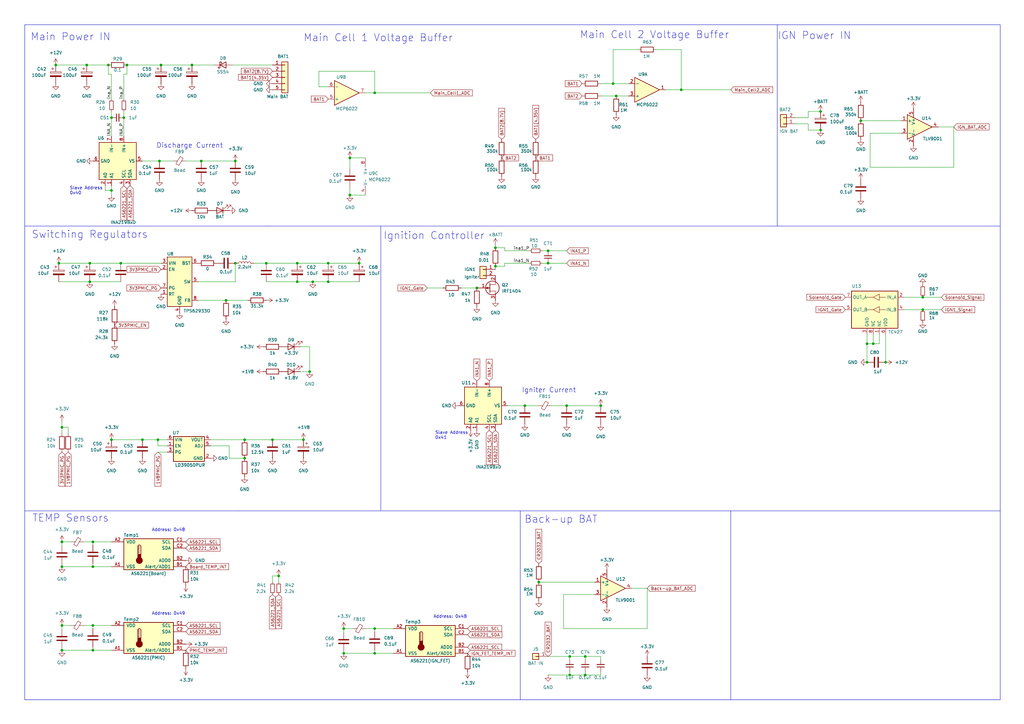
<source format=kicad_sch>
(kicad_sch (version 20250114) (generator "eeschema") (generator_version "9.0")
  (paper "A3")
  (title_block (title "PMIC") (date "2025-07-02") (rev "1.0") (company "Robotics"))
  (text "Address: 0x48" (at 69.088 217.424 0) (effects (font (size 1.27 1.27))))
  (text "Switching Regulators" (at 12.954 98.044 0) (effects (font (size 3 3)) (justify left bottom)))
  (text "TEMP Sensors" (at 13.208 214.376 0) (effects (font (size 3 3)) (justify left bottom)))
  (text "Back-up BAT" (at 230.124 213.106 0) (effects (font (size 3 3))))
  (text "Address: 0x4B" (at 184.658 252.984 0) (effects (font (size 1.27 1.27))))
  (text "Main Power IN" (at 28.956 15.24 0) (effects (font (size 3 3))))
  (text "Slave Address\n0x41" (at 178.435 180.34 0) (effects (font (size 1.27 1.27)) (justify left bottom)))
  (text "Address: 0x49" (at 69.088 251.714 0) (effects (font (size 1.27 1.27))))
  (text "Slave Address\n0x40" (at 28.575 80.01 0) (effects (font (size 1.27 1.27)) (justify left bottom)))
  (text "Main Cell 2 Voltage Buffer" (at 237.744 16.129 0) (effects (font (size 3 3)) (justify left bottom)))
  (text "Igniter Current" (at 213.995 161.29 0) (effects (font (size 2 2)) (justify left bottom)))
  (text "Discharge Current" (at 64.135 60.96 0) (effects (font (size 2 2)) (justify left bottom)))
  (text "IGN Power IN" (at 334.01 14.732 0) (effects (font (size 3 3))))
  (text "Main Cell 1 Voltage Buffer" (at 124.46 17.399 0) (effects (font (size 3 3)) (justify left bottom)))
  (text "Ignition Controller" (at 178.054 96.774 0) (effects (font (size 3 3))))
  (junction (at 251.46 34.29))
  (junction (at 100.33 180.34))
  (junction (at 220.98 238.76))
  (junction (at 215.265 166.37))
  (junction (at 36.83 107.95))
  (junction (at 363.22 148.59))
  (junction (at 378.46 127))
  (junction (at 140.97 267.97))
  (junction (at 233.68 269.24))
  (junction (at 336.55 45.72))
  (junction (at 35.56 26.67))
  (junction (at 124.46 180.34))
  (junction (at 38.1 266.7))
  (junction (at 25.4 175.26))
  (junction (at 121.92 107.95))
  (junction (at 336.55 53.34))
  (junction (at 58.42 180.34))
  (junction (at 353.06 49.53))
  (junction (at 64.77 180.34))
  (junction (at 143.51 80.01))
  (junction (at 100.33 187.96))
  (junction (at 44.45 26.67))
  (junction (at 111.76 180.34))
  (junction (at 134.62 107.95))
  (junction (at 82.55 66.04))
  (junction (at 127 152.4))
  (junction (at 38.1 256.54))
  (junction (at 153.67 38.1))
  (junction (at 140.97 257.81))
  (junction (at 52.07 26.67))
  (junction (at 96.52 66.04))
  (junction (at 240.03 276.86))
  (junction (at 279.4 36.83))
  (junction (at 38.1 222.25))
  (junction (at 147.32 107.95))
  (junction (at 203.2 109.22))
  (junction (at 153.67 257.81))
  (junction (at 25.4 222.25))
  (junction (at 232.41 166.37))
  (junction (at 22.86 26.67))
  (junction (at 114.3 236.22))
  (junction (at 195.58 118.11))
  (junction (at 92.71 123.19))
  (junction (at 224.79 102.87))
  (junction (at 45.72 48.26))
  (junction (at 134.62 115.57))
  (junction (at 128.27 115.57))
  (junction (at 24.13 107.95))
  (junction (at 240.03 269.24))
  (junction (at 50.8 48.26))
  (junction (at 252.73 39.37))
  (junction (at 355.6 140.97))
  (junction (at 96.52 107.95))
  (junction (at 358.14 140.97))
  (junction (at 49.53 107.95))
  (junction (at 143.51 64.77))
  (junction (at 25.4 232.41))
  (junction (at 233.68 276.86))
  (junction (at 121.92 115.57))
  (junction (at 25.4 256.54))
  (junction (at 45.72 78.105))
  (junction (at 355.6 148.59))
  (junction (at 378.46 121.92))
  (junction (at 246.38 166.37))
  (junction (at 65.405 66.04))
  (junction (at 78.74 26.67))
  (junction (at 36.83 115.57))
  (junction (at 25.4 266.7))
  (junction (at 66.04 26.67))
  (junction (at 109.22 107.95))
  (junction (at 224.79 107.95))
  (junction (at 203.2 101.6))
  (junction (at 153.67 267.97))
  (junction (at 45.72 180.34))
  (junction (at 38.1 232.41))
  (wire (pts (xy 109.22 107.95) (xy 121.92 107.95)))
  (wire (pts (xy 45.72 222.25) (xy 38.1 222.25)))
  (wire (pts (xy 25.4 266.7) (xy 38.1 266.7)))
  (wire (pts (xy 64.77 182.88) (xy 64.77 180.34)))
  (wire (pts (xy 246.38 269.24) (xy 246.38 270.51)))
  (wire (pts (xy 111.76 236.22) (xy 114.3 236.22)))
  (wire (pts (xy 203.2 100.33) (xy 203.2 101.6)))
  (wire (pts (xy 331.47 45.72) (xy 336.55 45.72)))
  (wire (pts (xy 363.22 137.16) (xy 363.22 148.59)))
  (polyline (pts (xy 156.464 209.55) (xy 410.21 209.55)))
  (wire (pts (xy 279.4 36.83) (xy 299.72 36.83)))
  (wire (pts (xy 143.51 64.77) (xy 143.51 69.215)))
  (wire (pts (xy 231.14 243.84) (xy 231.14 257.81)))
  (wire (pts (xy 82.55 66.04) (xy 96.52 66.04)))
  (wire (pts (xy 34.29 222.25) (xy 38.1 222.25)))
  (wire (pts (xy 25.4 222.25) (xy 29.21 222.25)))
  (wire (pts (xy 222.25 107.95) (xy 224.79 107.95)))
  (wire (pts (xy 153.67 38.1) (xy 176.53 38.1)))
  (wire (pts (xy 391.16 52.07) (xy 384.81 52.07)))
  (wire (pts (xy 36.83 115.57) (xy 49.53 115.57)))
  (wire (pts (xy 353.06 49.53) (xy 369.57 49.53)))
  (wire (pts (xy 140.97 266.954) (xy 140.97 267.97)))
  (polyline (pts (xy 318.77 36.83) (xy 318.77 92.71)))
  (wire (pts (xy 50.8 30.48) (xy 50.8 40.64)))
  (wire (pts (xy 143.51 80.01) (xy 143.51 76.835)))
  (wire (pts (xy 243.84 243.84) (xy 231.14 243.84)))
  (wire (pts (xy 27.94 175.26) (xy 27.94 177.8)))
  (wire (pts (xy 246.38 34.29) (xy 251.46 34.29)))
  (wire (pts (xy 68.58 182.88) (xy 64.77 182.88)))
  (wire (pts (xy 127 142.24) (xy 127 152.4)))
  (wire (pts (xy 52.07 26.67) (xy 52.07 30.48)))
  (wire (pts (xy 93.98 182.88) (xy 93.98 187.96)))
  (wire (pts (xy 252.73 39.37) (xy 257.81 39.37)))
  (polyline (pts (xy 156.21 209.55) (xy 156.21 209.55)))
  (wire (pts (xy 66.04 26.67) (xy 78.74 26.67)))
  (wire (pts (xy 360.68 140.97) (xy 358.14 140.97)))
  (wire (pts (xy 45.72 30.48) (xy 45.72 40.64)))
  (wire (pts (xy 391.16 68.58) (xy 391.16 52.07)))
  (wire (pts (xy 370.84 121.92) (xy 378.46 121.92)))
  (polyline (pts (xy 318.77 10.16) (xy 318.77 36.83)))
  (wire (pts (xy 45.72 78.105) (xy 45.72 80.01)))
  (wire (pts (xy 355.6 137.16) (xy 355.6 140.97)))
  (wire (pts (xy 81.28 115.57) (xy 96.52 115.57)))
  (wire (pts (xy 224.79 102.87) (xy 232.41 102.87)))
  (polyline (pts (xy 109.855 92.71) (xy 410.21 92.71)))
  (wire (pts (xy 25.4 232.41) (xy 38.1 232.41)))
  (wire (pts (xy 134.62 107.95) (xy 147.32 107.95)))
  (wire (pts (xy 153.67 267.97) (xy 153.67 266.7)))
  (wire (pts (xy 153.67 257.81) (xy 153.67 259.08)))
  (wire (pts (xy 232.41 166.37) (xy 246.38 166.37)))
  (polyline (pts (xy 10.16 209.55) (xy 97.79 209.55)))
  (wire (pts (xy 25.4 175.26) (xy 27.94 175.26)))
  (wire (pts (xy 360.68 137.16) (xy 360.68 140.97)))
  (wire (pts (xy 356.87 68.58) (xy 391.16 68.58)))
  (wire (pts (xy 78.74 26.67) (xy 87.63 26.67)))
  (polyline (pts (xy 410.21 10.16) (xy 410.21 287.02)))
  (wire (pts (xy 279.4 36.83) (xy 273.05 36.83)))
  (polyline (pts (xy 97.79 209.55) (xy 156.21 209.55)))
  (wire (pts (xy 231.14 257.81) (xy 265.43 257.81)))
  (wire (pts (xy 38.1 256.54) (xy 38.1 257.81)))
  (wire (pts (xy 331.47 50.8) (xy 331.47 53.34)))
  (wire (pts (xy 121.92 107.95) (xy 134.62 107.95)))
  (wire (pts (xy 226.06 166.37) (xy 232.41 166.37)))
  (wire (pts (xy 25.4 258.064) (xy 25.4 256.54)))
  (wire (pts (xy 44.45 30.48) (xy 45.72 30.48)))
  (wire (pts (xy 269.24 20.32) (xy 279.4 20.32)))
  (wire (pts (xy 358.14 137.16) (xy 358.14 140.97)))
  (wire (pts (xy 356.87 54.61) (xy 356.87 68.58)))
  (wire (pts (xy 128.27 115.57) (xy 134.62 115.57)))
  (wire (pts (xy 215.265 166.37) (xy 220.98 166.37)))
  (wire (pts (xy 50.8 45.72) (xy 50.8 48.26)))
  (wire (pts (xy 224.79 107.95) (xy 232.41 107.95)))
  (wire (pts (xy 370.84 127) (xy 378.46 127)))
  (wire (pts (xy 240.03 269.24) (xy 240.03 270.51)))
  (wire (pts (xy 261.62 20.32) (xy 251.46 20.32)))
  (wire (pts (xy 96.52 115.57) (xy 96.52 107.95)))
  (wire (pts (xy 44.45 26.67) (xy 44.45 30.48)))
  (wire (pts (xy 130.81 29.21) (xy 153.67 29.21)))
  (wire (pts (xy 130.81 35.56) (xy 130.81 29.21)))
  (wire (pts (xy 134.62 115.57) (xy 147.32 115.57)))
  (wire (pts (xy 25.4 172.72) (xy 25.4 175.26)))
  (wire (pts (xy 149.86 257.81) (xy 153.67 257.81)))
  (wire (pts (xy 220.98 238.76) (xy 243.84 238.76)))
  (polyline (pts (xy 10.16 10.16) (xy 10.16 287.02)))
  (wire (pts (xy 36.83 107.95) (xy 49.53 107.95)))
  (wire (pts (xy 143.51 64.77) (xy 149.86 64.77)))
  (wire (pts (xy 25.4 256.54) (xy 29.21 256.54)))
  (polyline (pts (xy 55.245 92.71) (xy 109.855 92.71)))
  (wire (pts (xy 140.97 267.97) (xy 153.67 267.97)))
  (wire (pts (xy 246.38 276.86) (xy 246.38 275.59)))
  (wire (pts (xy 24.13 115.57) (xy 36.83 115.57)))
  (wire (pts (xy 265.43 241.3) (xy 259.08 241.3)))
  (wire (pts (xy 45.72 266.7) (xy 38.1 266.7)))
  (wire (pts (xy 224.79 269.24) (xy 233.68 269.24)))
  (wire (pts (xy 134.62 35.56) (xy 130.81 35.56)))
  (wire (pts (xy 123.19 152.4) (xy 127 152.4)))
  (wire (pts (xy 251.46 20.32) (xy 251.46 34.29)))
  (wire (pts (xy 233.68 269.24) (xy 240.03 269.24)))
  (wire (pts (xy 50.8 48.26) (xy 50.8 55.88)))
  (wire (pts (xy 203.2 101.6) (xy 207.01 101.6)))
  (wire (pts (xy 123.19 142.24) (xy 127 142.24)))
  (wire (pts (xy 76.2 66.04) (xy 82.55 66.04)))
  (wire (pts (xy 203.2 109.22) (xy 203.2 110.49)))
  (wire (pts (xy 81.28 123.19) (xy 92.71 123.19)))
  (wire (pts (xy 240.03 276.86) (xy 246.38 276.86)))
  (polyline (pts (xy 10.16 92.71) (xy 55.245 92.71)))
  (wire (pts (xy 25.4 223.774) (xy 25.4 222.25)))
  (wire (pts (xy 43.18 76.2) (xy 43.18 78.105)))
  (wire (pts (xy 38.1 266.7) (xy 38.1 265.43)))
  (wire (pts (xy 45.72 76.2) (xy 45.72 78.105)))
  (wire (pts (xy 207.01 109.22) (xy 207.01 107.95)))
  (wire (pts (xy 25.4 265.684) (xy 25.4 266.7)))
  (wire (pts (xy 58.42 180.34) (xy 64.77 180.34)))
  (wire (pts (xy 222.25 102.87) (xy 224.79 102.87)))
  (wire (pts (xy 101.6 123.19) (xy 92.71 123.19)))
  (wire (pts (xy 52.07 30.48) (xy 50.8 30.48)))
  (wire (pts (xy 279.4 20.32) (xy 279.4 36.83)))
  (wire (pts (xy 369.57 54.61) (xy 356.87 54.61)))
  (wire (pts (xy 38.1 222.25) (xy 38.1 223.52)))
  (wire (pts (xy 65.405 66.04) (xy 71.12 66.04)))
  (wire (pts (xy 45.72 256.54) (xy 38.1 256.54)))
  (wire (pts (xy 45.72 45.72) (xy 45.72 48.26)))
  (wire (pts (xy 326.39 50.8) (xy 331.47 50.8)))
  (wire (pts (xy 109.22 107.95) (xy 104.14 107.95)))
  (wire (pts (xy 100.33 180.34) (xy 111.76 180.34)))
  (wire (pts (xy 49.53 107.95) (xy 66.04 107.95)))
  (wire (pts (xy 52.07 26.67) (xy 66.04 26.67)))
  (wire (pts (xy 189.23 118.11) (xy 195.58 118.11)))
  (wire (pts (xy 143.51 80.01) (xy 149.86 80.01)))
  (wire (pts (xy 86.36 182.88) (xy 93.98 182.88)))
  (wire (pts (xy 240.03 275.59) (xy 240.03 276.86)))
  (wire (pts (xy 240.03 269.24) (xy 246.38 269.24)))
  (wire (pts (xy 109.22 115.57) (xy 121.92 115.57)))
  (wire (pts (xy 207.01 102.87) (xy 217.17 102.87)))
  (wire (pts (xy 121.92 115.57) (xy 128.27 115.57)))
  (wire (pts (xy 207.01 107.95) (xy 217.17 107.95)))
  (wire (pts (xy 45.72 180.34) (xy 58.42 180.34)))
  (wire (pts (xy 331.47 53.34) (xy 336.55 53.34)))
  (wire (pts (xy 114.3 236.22) (xy 114.3 238.76)))
  (wire (pts (xy 378.46 121.92) (xy 386.08 121.92)))
  (wire (pts (xy 58.42 66.04) (xy 65.405 66.04)))
  (wire (pts (xy 25.4 231.394) (xy 25.4 232.41)))
  (wire (pts (xy 111.76 238.76) (xy 111.76 236.22)))
  (wire (pts (xy 331.47 45.72) (xy 331.47 48.26)))
  (wire (pts (xy 251.46 34.29) (xy 257.81 34.29)))
  (polyline (pts (xy 213.36 209.55) (xy 213.36 287.02)))
  (wire (pts (xy 358.14 140.97) (xy 355.6 140.97)))
  (wire (pts (xy 24.13 107.95) (xy 36.83 107.95)))
  (polyline (pts (xy 410.21 287.02) (xy 10.16 287.02)))
  (wire (pts (xy 38.1 232.41) (xy 38.1 231.14)))
  (wire (pts (xy 43.18 78.105) (xy 45.72 78.105)))
  (polyline (pts (xy 299.72 209.55) (xy 299.72 287.02)))
  (wire (pts (xy 93.98 187.96) (xy 100.33 187.96)))
  (polyline (pts (xy 10.16 10.16) (xy 410.21 10.16)))
  (wire (pts (xy 35.56 26.67) (xy 44.45 26.67)))
  (wire (pts (xy 64.77 180.34) (xy 68.58 180.34)))
  (wire (pts (xy 233.68 276.86) (xy 240.03 276.86)))
  (wire (pts (xy 140.97 257.81) (xy 144.78 257.81)))
  (wire (pts (xy 111.76 180.34) (xy 124.46 180.34)))
  (wire (pts (xy 45.72 232.41) (xy 38.1 232.41)))
  (wire (pts (xy 153.67 29.21) (xy 153.67 38.1)))
  (wire (pts (xy 161.29 267.97) (xy 153.67 267.97)))
  (wire (pts (xy 45.72 48.26) (xy 45.72 55.88)))
  (wire (pts (xy 355.6 140.97) (xy 355.6 148.59)))
  (wire (pts (xy 149.86 38.1) (xy 153.67 38.1)))
  (wire (pts (xy 161.29 257.81) (xy 153.67 257.81)))
  (wire (pts (xy 326.39 48.26) (xy 331.47 48.26)))
  (wire (pts (xy 34.29 256.54) (xy 38.1 256.54)))
  (wire (pts (xy 86.36 180.34) (xy 100.33 180.34)))
  (wire (pts (xy 207.01 101.6) (xy 207.01 102.87)))
  (wire (pts (xy 208.28 166.37) (xy 215.265 166.37)))
  (wire (pts (xy 95.25 26.67) (xy 111.76 26.67)))
  (wire (pts (xy 25.4 175.26) (xy 25.4 177.8)))
  (wire (pts (xy 246.38 39.37) (xy 252.73 39.37)))
  (wire (pts (xy 203.2 109.22) (xy 207.01 109.22)))
  (wire (pts (xy 378.46 127) (xy 386.08 127)))
  (wire (pts (xy 22.86 26.67) (xy 35.56 26.67)))
  (wire (pts (xy 224.79 276.86) (xy 233.68 276.86)))
  (wire (pts (xy 64.77 185.42) (xy 68.58 185.42)))
  (polyline (pts (xy 156.21 209.55) (xy 156.21 92.71)))
  (wire (pts (xy 233.68 275.59) (xy 233.68 276.86)))
  (wire (pts (xy 175.26 118.11) (xy 181.61 118.11)))
  (wire (pts (xy 265.43 257.81) (xy 265.43 241.3)))
  (wire (pts (xy 140.97 259.334) (xy 140.97 257.81)))
  (wire (pts (xy 233.68 269.24) (xy 233.68 270.51)))
  (label "INA_N" (at 45.72 55.88 90))
  (label "ina_P" (at 50.8 40.64 90))
  (label "INA_P" (at 50.8 55.88 90))
  (label "ina1_N" (at 217.17 107.95 180))
  (label "ina_N" (at 45.72 40.64 90))
  (label "ina1_P" (at 217.17 102.87 180))
  (global_label "AS6221_SCL" (shape input) (at 76.2 222.25 0) (property "Intersheetrefs" "${INTERSHEET_REFS}" (effects (hide yes))))
  (global_label "AS6221_SDA" (shape input) (at 53.34 76.2 270) (property "Intersheetrefs" "${INTERSHEET_REFS}" (effects (hide yes))))
  (global_label "AS6221_SDA" (shape input) (at 111.76 243.84 270) (property "Intersheetrefs" "${INTERSHEET_REFS}" (effects (hide yes))))
  (global_label "BAT1" (shape input) (at 134.62 40.64 180) (property "Intersheetrefs" "${INTERSHEET_REFS}" (effects (hide yes))))
  (global_label "BAT2(8.7V)" (shape input) (at 205.74 57.15 90) (property "Intersheetrefs" "${INTERSHEET_REFS}" (effects (hide yes))))
  (global_label "3V3PMIC_EN" (shape input) (at 66.04 110.49 180) (property "Intersheetrefs" "${INTERSHEET_REFS}" (effects (hide yes))))
  (global_label "BAT1" (shape input) (at 219.71 64.77 0) (property "Intersheetrefs" "${INTERSHEET_REFS}" (effects (hide yes))))
  (global_label "Board_TEMP_INT" (shape input) (at 76.2 232.41 0) (property "Intersheetrefs" "${INTERSHEET_REFS}" (effects (hide yes))))
  (global_label "AS6221_SDA" (shape input) (at 191.77 260.35 0) (property "Intersheetrefs" "${INTERSHEET_REFS}" (effects (hide yes))))
  (global_label "3V3PMIC_EN" (shape input) (at 46.99 133.35 0) (property "Intersheetrefs" "${INTERSHEET_REFS}" (effects (hide yes))))
  (global_label "AS6221_SDA" (shape input) (at 203.2 176.53 270) (property "Intersheetrefs" "${INTERSHEET_REFS}" (effects (hide yes))))
  (global_label "BAT1" (shape input) (at 238.76 34.29 180) (property "Intersheetrefs" "${INTERSHEET_REFS}" (effects (hide yes))))
  (global_label "3V3PMIC_PG" (shape input) (at 66.04 118.11 180) (property "Intersheetrefs" "${INTERSHEET_REFS}" (effects (hide yes))))
  (global_label "3V3PMIC_PG" (shape input) (at 25.4 185.42 270) (property "Intersheetrefs" "${INTERSHEET_REFS}" (effects (hide yes))))
  (global_label "IGN_FET_TEMP_INT" (shape input) (at 191.77 267.97 0) (property "Intersheetrefs" "${INTERSHEET_REFS}" (effects (hide yes))))
  (global_label "BAT2" (shape input) (at 205.74 64.77 0) (property "Intersheetrefs" "${INTERSHEET_REFS}" (effects (hide yes))))
  (global_label "CR2032_BAT" (shape input) (at 224.79 269.24 90) (property "Intersheetrefs" "${INTERSHEET_REFS}" (effects (hide yes))))
  (global_label "IGN1_Signal" (shape input) (at 386.08 127 0) (property "Intersheetrefs" "${INTERSHEET_REFS}" (effects (hide yes))))
  (global_label "AS6221_SCL" (shape input) (at 114.3 243.84 270) (property "Intersheetrefs" "${INTERSHEET_REFS}" (effects (hide yes))))
  (global_label "Main_Cell1_ADC" (shape input) (at 176.53 38.1 0) (property "Intersheetrefs" "${INTERSHEET_REFS}" (effects (hide yes))))
  (global_label "1V8PMIC_PG" (shape input) (at 27.94 185.42 270) (property "Intersheetrefs" "${INTERSHEET_REFS}" (effects (hide yes))))
  (global_label "INA1_P" (shape input) (at 200.66 156.21 90) (property "Intersheetrefs" "${INTERSHEET_REFS}" (effects (hide yes))))
  (global_label "BAT2(8.7V)" (shape input) (at 111.76 29.21 180) (property "Intersheetrefs" "${INTERSHEET_REFS}" (effects (hide yes))))
  (global_label "AS6221_SCL" (shape input) (at 50.8 76.2 270) (property "Intersheetrefs" "${INTERSHEET_REFS}" (effects (hide yes))))
  (global_label "IGN1_Gate" (shape input) (at 346.71 127 180) (property "Intersheetrefs" "${INTERSHEET_REFS}" (effects (hide yes))))
  (global_label "AS6221_SDA" (shape input) (at 76.2 259.08 0) (property "Intersheetrefs" "${INTERSHEET_REFS}" (effects (hide yes))))
  (global_label "CR2032_BAT" (shape input) (at 220.98 231.14 90) (property "Intersheetrefs" "${INTERSHEET_REFS}" (effects (hide yes))))
  (global_label "1V8PMIC_PG" (shape input) (at 64.77 185.42 270) (property "Intersheetrefs" "${INTERSHEET_REFS}" (effects (hide yes))))
  (global_label "INA1_N" (shape input) (at 232.41 107.95 0) (property "Intersheetrefs" "${INTERSHEET_REFS}" (effects (hide yes))))
  (global_label "AS6221_SCL" (shape input) (at 76.2 256.54 0) (property "Intersheetrefs" "${INTERSHEET_REFS}" (effects (hide yes))))
  (global_label "Back-up_BAT_ADC" (shape input) (at 265.43 241.3 0) (property "Intersheetrefs" "${INTERSHEET_REFS}" (effects (hide yes))))
  (global_label "INA1_P" (shape input) (at 232.41 102.87 0) (property "Intersheetrefs" "${INTERSHEET_REFS}" (effects (hide yes))))
  (global_label "PMIC_TEMP_INT" (shape input) (at 76.2 266.7 0) (property "Intersheetrefs" "${INTERSHEET_REFS}" (effects (hide yes))))
  (global_label "BAT1(4.35V)" (shape input) (at 111.76 31.75 180) (property "Intersheetrefs" "${INTERSHEET_REFS}" (effects (hide yes))))
  (global_label "INA1_N" (shape input) (at 195.58 156.21 90) (property "Intersheetrefs" "${INTERSHEET_REFS}" (effects (hide yes))))
  (global_label "AS6221_SCL" (shape input) (at 191.77 257.81 0) (property "Intersheetrefs" "${INTERSHEET_REFS}" (effects (hide yes))))
  (global_label "Solenoid_Signal" (shape input) (at 386.08 121.92 0) (property "Intersheetrefs" "${INTERSHEET_REFS}" (effects (hide yes))))
  (global_label "AS6221_SCL" (shape input) (at 200.66 176.53 270) (property "Intersheetrefs" "${INTERSHEET_REFS}" (effects (hide yes))))
  (global_label "Solenoid_Gate" (shape input) (at 346.71 121.92 180) (property "Intersheetrefs" "${INTERSHEET_REFS}" (effects (hide yes))))
  (global_label "AS6221_SCL" (shape input) (at 191.77 265.43 0) (property "Intersheetrefs" "${INTERSHEET_REFS}" (effects (hide yes))))
  (global_label "BAT1(4.35V)" (shape input) (at 219.71 57.15 90) (property "Intersheetrefs" "${INTERSHEET_REFS}" (effects (hide yes))))
  (global_label "IGN_BAT_ADC" (shape input) (at 391.16 52.07 0) (property "Intersheetrefs" "${INTERSHEET_REFS}" (effects (hide yes))))
  (global_label "IGN1_Gate" (shape input) (at 175.26 118.11 180) (property "Intersheetrefs" "${INTERSHEET_REFS}" (effects (hide yes))))
  (global_label "Main_Cell2_ADC" (shape input) (at 299.72 36.83 0) (property "Intersheetrefs" "${INTERSHEET_REFS}" (effects (hide yes))))
  (global_label "AS6221_SDA" (shape input) (at 76.2 224.79 0) (property "Intersheetrefs" "${INTERSHEET_REFS}" (effects (hide yes))))
  (global_label "BAT2" (shape input) (at 238.76 39.37 180) (property "Intersheetrefs" "${INTERSHEET_REFS}" (effects (hide yes))))
  (symbol (lib_id "power:GND") (at 73.66 128.27 0) (unit 1)
    (property "Reference" "#PWR0112" (effects (hide yes)))
    (property "Value" "GND" (at 73.66 133.35 0))
    (property "Description" "Power symbol creates a global label with name \"GND\" , ground" (effects (hide yes)))
  )
  (symbol (lib_id "power:+3.3V") (at 25.4 222.25 0) (unit 1)
    (property "Reference" "#PWR096" (effects (hide yes)))
    (property "Value" "+3.3V" (at 25.4 217.17 0))
  )
  (symbol (lib_id "power:+3.3V") (at 107.95 142.24 90) (unit 1)
    (property "Reference" "#PWR0126" (effects (hide yes)))
    (property "Value" "+3.3V" (at 104.14 142.2399 90) (effects (justify left)))
    (property "Description" "Power symbol creates a global label with name \"+3.3V\"" (effects (hide yes)))
  )
  (symbol (lib_id "power:+3.3V") (at 109.22 123.19 270) (unit 1)
    (property "Reference" "#PWR0128" (effects (hide yes)))
    (property "Value" "+3.3V" (at 115.57 123.19 90))
    (property "Description" "Power symbol creates a global label with name \"+3.3V\"" (effects (hide yes)))
  )
  (symbol (lib_id "power:GND") (at 111.76 34.29 270) (unit 1)
    (property "Reference" "#PWR0220" (effects (hide yes)))
    (property "Value" "GND" (at 107.95 34.2901 90) (effects (justify right)))
  )
  (symbol (lib_id "power:GND") (at 224.79 276.86 0) (unit 1)
    (property "Reference" "#PWR0157" (effects (hide yes)))
    (property "Value" "GND" (at 224.79 281.94 0))
    (property "Description" "Power symbol creates a global label with name \"GND\" , ground" (effects (hide yes)))
  )
  (symbol (lib_id "Device:C_Polarized") (at 336.55 49.53 0) (mirror y) (unit 1)
    (property "Reference" "C78" (at 340.36 47.3709 0) (effects (justify right)))
    (property "Value" "100uF" (at 340.36 49.9109 0) (effects (justify right)))
    (property "Footprint" "Capacitor_Tantalum_SMD:CP_EIA-7343-43_Kemet-X" (effects (hide yes)))
    (property "Description" "Polarized capacitor" (effects (hide yes)))
  )
  (symbol (lib_id "power:GND") (at 355.6 148.59 270) (mirror x) (unit 1)
    (property "Reference" "#PWR0173" (effects (hide yes)))
    (property "Value" "GND" (at 351.79 148.5899 90) (effects (justify right)))
  )
  (symbol (lib_id "power:+BATT") (at 336.55 45.72 0) (mirror y) (unit 1)
    (property "Reference" "#PWR0167" (effects (hide yes)))
    (property "Value" "+BATT" (at 339.598 41.656 0) (effects (justify left)))
    (property "Description" "Power symbol creates a global label with name \"+BATT\"" (effects (hide yes)))
  )
  (symbol (lib_id "Device:FerriteBead_Small") (at 31.75 256.54 90) (unit 1)
    (property "Reference" "FB8" (at 31.75 252.73 90))
    (property "Value" "Bead" (at 31.75 260.35 90))
    (property "Footprint" "Inductor_SMD:L_0603_1608Metric" (effects (hide yes)))
  )
  (symbol (lib_id "Device:FerriteBead_Small") (at 223.52 166.37 90) (unit 1)
    (property "Reference" "FB11" (at 223.52 162.56 90))
    (property "Value" "Bead" (at 223.52 170.18 90))
    (property "Footprint" "Inductor_SMD:L_0603_1608Metric" (effects (hide yes)))
  )
  (symbol (lib_id "power:GND") (at 203.2 123.19 0) (unit 1)
    (property "Reference" "#PWR0152" (effects (hide yes)))
    (property "Value" "GND" (at 203.2 128.27 0))
    (property "Description" "Power symbol creates a global label with name \"GND\" , ground" (effects (hide yes)))
  )
  (symbol (lib_id "Device:R_Small") (at 45.72 43.18 0) (mirror x) (unit 1)
    (property "Reference" "R26" (at 43.18 41.9099 0) (effects (justify right)))
    (property "Value" "10" (at 43.18 44.4499 0) (effects (justify right)))
    (property "Footprint" "Resistor_SMD:R_0603_1608Metric" (effects (hide yes)))
  )
  (symbol (lib_id "power:+1V8") (at 124.46 180.34 0) (unit 1)
    (property "Reference" "#PWR0132" (effects (hide yes)))
    (property "Value" "+1V8" (at 124.46 175.26 0))
    (property "Description" "Power symbol creates a global label with name \"+1V8\"" (effects (hide yes)))
  )
  (symbol (lib_id "nixie-cache:GND") (at 195.58 176.53 0) (mirror y) (unit 1)
    (property "Reference" "#PWR0150" (effects (hide yes)))
    (property "Value" "GND" (at 195.58 182.372 90))
  )
  (symbol (lib_id "power:GND") (at 252.73 46.99 0) (unit 1)
    (property "Reference" "#PWR0163" (effects (hide yes)))
    (property "Value" "GND" (at 252.73 52.07 0))
    (property "Description" "Power symbol creates a global label with name \"GND\" , ground" (effects (hide yes)))
  )
  (symbol (lib_id "Amplifier_Operational:MCP6022") (at 152.4 72.39 0) (unit 3)
    (property "Reference" "U9" (at 151.13 71.1199 0) (effects (justify left)))
    (property "Value" "MCP6022" (at 151.13 73.6599 0) (effects (justify left)))
    (property "Footprint" "Package_SO:SOIC-8_3.9x4.9mm_P1.27mm" (effects (hide yes)))
    (property "Datasheet" "http://ww1.microchip.com/downloads/en/devicedoc/20001685e.pdf" (effects (hide yes)))
    (property "Description" "Dual Operational Amplifiers, Rail-to-Rail Input/Output, DIP-8/SOIC-8/TSSOP-8" (effects (hide yes)))
  )
  (symbol (lib_id "AS6221:AS6221") (at 60.96 227.33 0) (unit 1)
    (property "Reference" "Temp1" (at 53.848 219.456 0))
    (property "Value" "AS6221(Board)" (at 60.96 235.204 0))
    (property "Footprint" "Package_CSP:WLCSP-6_1.4x1.0mm_P0.4mm" (effects (hide yes)))
  )
  (symbol (lib_id "Device:FerriteBead_Small") (at 73.66 66.04 90) (unit 1)
    (property "Reference" "FB9" (at 73.66 62.23 90))
    (property "Value" "Bead" (at 73.66 69.85 90))
    (property "Footprint" "Inductor_SMD:L_0603_1608Metric" (effects (hide yes)))
  )
  (symbol (lib_id "Device:C") (at 215.265 170.18 0) (mirror y) (unit 1)
    (property "Reference" "C70" (at 212.09 168.9099 0) (effects (justify left)))
    (property "Value" "0.1uF" (at 212.09 171.4499 0) (effects (justify left)))
    (property "Footprint" "Capacitor_SMD:C_0603_1608Metric" (effects (hide yes)))
  )
  (symbol (lib_id "nixie-cache:GND") (at 215.265 173.99 0) (mirror y) (unit 1)
    (property "Reference" "#PWR0154" (effects (hide yes)))
    (property "Value" "GND" (at 215.265 178.435 0))
  )
  (symbol (lib_id "Device:R") (at 242.57 34.29 90) (unit 1)
    (property "Reference" "R57" (at 239.268 31.242 90))
    (property "Value" "1M" (at 244.856 31.242 90))
    (property "Footprint" "Resistor_SMD:R_0603_1608Metric" (effects (hide yes)))
  )
  (symbol (lib_id "Connector_Generic:Conn_01x05") (at 116.84 31.75 0) (unit 1)
    (property "Reference" "BAT1" (at 113.792 23.114 0) (effects (justify left)))
    (property "Value" "Main BAT" (at 109.474 39.624 0) (effects (justify left)))
    (property "Footprint" "PCB:SAMTEC_T1M-05-F-SH-L" (effects (hide yes)))
    (property "Description" "Generic connector, single row, 01x05, script generated (kicad-library-utils/schlib/autogen/connector/)" (effects (hide yes)))
  )
  (symbol (lib_id "Device:R") (at 203.2 105.41 0) (unit 1)
    (property "Reference" "R48" (at 200.66 104.1399 0) (effects (justify right)))
    (property "Value" "0.01" (at 200.66 106.6799 0) (effects (justify right)))
    (property "Footprint" "Resistor_SMD:R_2816_7142Metric" (effects (hide yes)))
    (property "Description" "Resistor" (effects (hide yes)))
  )
  (symbol (lib_id "Device:R") (at 353.06 45.72 0) (mirror y) (unit 1)
    (property "Reference" "R65" (at 347.98 44.704 0))
    (property "Value" "350k" (at 348.996 46.99 0))
    (property "Footprint" "Resistor_SMD:R_0603_1608Metric" (effects (hide yes)))
    (property "Description" "Resistor" (effects (hide yes)))
  )
  (symbol (lib_id "Device:R") (at 111.76 142.24 90) (unit 1)
    (property "Reference" "R39" (at 111.76 139.446 90))
    (property "Value" "1k" (at 111.76 144.78 90))
    (property "Footprint" "Resistor_SMD:R_0603_1608Metric" (effects (hide yes)))
    (property "Description" "Resistor" (effects (hide yes)))
  )
  (symbol (lib_id "Device:L") (at 100.33 107.95 90) (unit 1)
    (property "Reference" "L2" (at 100.33 105.664 90))
    (property "Value" "2.2uH" (at 100.33 109.474 90))
    (property "Footprint" "Inductor_SMD:L_Coilcraft_XAL6030-XXX" (effects (hide yes)))
    (property "Description" "Inductor" (effects (hide yes)))
  )
  (symbol (lib_id "Device:R") (at 48.26 26.67 90) (unit 1)
    (property "Reference" "R29" (at 48.26 24.13 90))
    (property "Value" "0.1" (at 48.26 28.702 90))
    (property "Footprint" "Resistor_SMD:R_2816_7142Metric" (effects (hide yes)))
    (property "Description" "Resistor" (effects (hide yes)))
  )
  (symbol (lib_id "power:+1V8") (at 107.95 152.4 90) (unit 1)
    (property "Reference" "#PWR0127" (effects (hide yes)))
    (property "Value" "+1V8" (at 104.14 152.3999 90) (effects (justify left)))
    (property "Description" "Power symbol creates a global label with name \"+1V8\"" (effects (hide yes)))
  )
  (symbol (lib_id "power:+3.3V") (at 140.97 257.81 0) (unit 1)
    (property "Reference" "#PWR0138" (effects (hide yes)))
    (property "Value" "+3.3V" (at 140.97 252.73 0))
  )
  (symbol (lib_id "Device:R") (at 85.09 107.95 270) (unit 1)
    (property "Reference" "R34" (at 85.09 105.41 90))
    (property "Value" "0" (at 85.09 110.236 90))
    (property "Footprint" "Resistor_SMD:R_0603_1608Metric" (effects (hide yes)))
    (property "Description" "Resistor" (effects (hide yes)))
  )
  (symbol (lib_id "Device:C_Small") (at 48.26 48.26 90) (unit 1)
    (property "Reference" "C51" (at 42.926 48.26 90))
    (property "Value" "1uF" (at 54.61 48.26 90))
    (property "Footprint" "Capacitor_SMD:C_0603_1608Metric" (effects (hide yes)))
  )
  (symbol (lib_id "nixie-cache:GND") (at 82.55 73.66 0) (mirror y) (unit 1)
    (property "Reference" "#PWR0119" (effects (hide yes)))
    (property "Value" "GND" (at 82.55 78.105 0))
  )
  (symbol (lib_id "power:+3.3V") (at 248.92 233.68 0) (unit 1)
    (property "Reference" "#PWR0161" (effects (hide yes)))
    (property "Value" "+3.3V" (at 248.92 229.616 0))
  )
  (symbol (lib_id "nixie-cache:GND") (at 378.46 116.84 180) (unit 1)
    (property "Reference" "#PWR0177" (effects (hide yes)))
    (property "Value" "GND" (at 378.46 113.03 0))
  )
  (symbol (lib_id "power:GND") (at 96.52 73.66 0) (mirror y) (unit 1)
    (property "Reference" "#PWR0124" (effects (hide yes)))
    (property "Value" "GND" (at 96.52 78.74 0))
    (property "Description" "Power symbol creates a global label with name \"GND\" , ground" (effects (hide yes)))
  )
  (symbol (lib_id "Device:C_Small") (at 224.79 105.41 180) (unit 1)
    (property "Reference" "C71" (at 224.79 99.822 0))
    (property "Value" "1uF" (at 224.79 110.236 0))
    (property "Footprint" "Capacitor_SMD:C_0603_1608Metric" (effects (hide yes)))
  )
  (symbol (lib_id "Device:R") (at 27.94 181.61 0) (unit 1)
    (property "Reference" "R25" (at 30.48 180.3399 0) (effects (justify left)))
    (property "Value" "10k" (at 30.48 182.8799 0) (effects (justify left)))
    (property "Footprint" "Resistor_SMD:R_0603_1608Metric" (effects (hide yes)))
    (property "Description" "Resistor" (effects (hide yes)))
  )
  (symbol (lib_id "power:GND") (at 143.51 80.01 0) (unit 1)
    (property "Reference" "#PWR0141" (effects (hide yes)))
    (property "Value" "GND" (at 143.51 85.09 0))
  )
  (symbol (lib_id "power:+12V") (at 78.74 86.36 90) (unit 1)
    (property "Reference" "#PWR0118" (effects (hide yes)))
    (property "Value" "+12V" (at 74.93 86.3599 90) (effects (justify left)))
    (property "Description" "Power symbol creates a global label with name \"+12V\"" (effects (hide yes)))
  )
  (symbol (lib_id "nixie-cache:GND") (at 187.96 166.37 270) (unit 1)
    (property "Reference" "#PWR0145" (effects (hide yes)))
    (property "Value" "GND" (at 183.134 166.37 90))
  )
  (symbol (lib_id "Device:R_Small") (at 378.46 129.54 180) (unit 1)
    (property "Reference" "R68" (at 381 128.524 0) (effects (justify right)))
    (property "Value" "1k" (at 381 130.302 0) (effects (justify right)))
    (property "Footprint" "Resistor_SMD:R_0603_1608Metric" (effects (hide yes)))
  )
  (symbol (lib_id "power:GND") (at 128.27 115.57 0) (unit 1)
    (property "Reference" "#PWR0135" (effects (hide yes)))
    (property "Value" "GND" (at 128.27 120.65 0))
    (property "Description" "Power symbol creates a global label with name \"GND\" , ground" (effects (hide yes)))
  )
  (symbol (lib_id "Device:R") (at 111.76 152.4 90) (unit 1)
    (property "Reference" "R40" (at 111.76 149.606 90))
    (property "Value" "1k" (at 111.76 154.94 90))
    (property "Footprint" "Resistor_SMD:R_0603_1608Metric" (effects (hide yes)))
    (property "Description" "Resistor" (effects (hide yes)))
  )
  (symbol (lib_id "Device:R") (at 92.71 127 0) (unit 1)
    (property "Reference" "R35" (at 95.25 125.7299 0) (effects (justify left)))
    (property "Value" "10k" (at 95.25 128.2699 0) (effects (justify left)))
    (property "Footprint" "Resistor_SMD:R_0603_1608Metric" (effects (hide yes)))
    (property "Description" "Resistor" (effects (hide yes)))
  )
  (symbol (lib_id "power:GND") (at 246.38 173.99 0) (mirror y) (unit 1)
    (property "Reference" "#PWR0160" (effects (hide yes)))
    (property "Value" "GND" (at 246.38 179.07 0))
    (property "Description" "Power symbol creates a global label with name \"GND\" , ground" (effects (hide yes)))
  )
  (symbol (lib_id "power:+3.3V") (at 96.52 66.04 0) (unit 1)
    (property "Reference" "#PWR0123" (effects (hide yes)))
    (property "Value" "+3.3V" (at 96.52 60.96 0))
  )
  (symbol (lib_id "Device:R") (at 205.74 68.58 0) (mirror y) (unit 1)
    (property "Reference" "R50" (at 200.66 67.818 0))
    (property "Value" "100k" (at 201.93 69.596 0))
    (property "Footprint" "Resistor_SMD:R_0603_1608Metric" (effects (hide yes)))
    (property "Description" "Resistor" (effects (hide yes)))
  )
  (symbol (lib_id "nixie-cache:GND") (at 45.72 80.01 0) (unit 1)
    (property "Reference" "#PWR0103" (effects (hide yes)))
    (property "Value" "GND" (at 45.72 84.455 0))
  )
  (symbol (lib_id "Device:C") (at 246.38 170.18 0) (mirror y) (unit 1)
    (property "Reference" "C75" (at 250.19 168.9099 0) (effects (justify right)))
    (property "Value" "10uF" (at 250.19 171.4499 0) (effects (justify right)))
    (property "Footprint" "Capacitor_SMD:C_0805_2012Metric" (effects (hide yes)))
  )
  (symbol (lib_id "power:GND") (at 124.46 187.96 0) (unit 1)
    (property "Reference" "#PWR0133" (effects (hide yes)))
    (property "Value" "GND" (at 124.46 193.04 0))
    (property "Description" "Power symbol creates a global label with name \"GND\" , ground" (effects (hide yes)))
  )
  (symbol (lib_id "power:+BATT") (at 203.2 100.33 0) (mirror y) (unit 1)
    (property "Reference" "#PWR0151" (effects (hide yes)))
    (property "Value" "+BATT" (at 206.248 96.266 0) (effects (justify left)))
    (property "Description" "Power symbol creates a global label with name \"+BATT\"" (effects (hide yes)))
  )
  (symbol (lib_id "power:GND") (at 58.42 187.96 0) (unit 1)
    (property "Reference" "#PWR0108" (effects (hide yes)))
    (property "Value" "GND" (at 58.42 193.04 0))
    (property "Description" "Power symbol creates a global label with name \"GND\" , ground" (effects (hide yes)))
  )
  (symbol (lib_id "Device:C") (at 153.67 262.89 0) (unit 1)
    (property "Reference" "C69" (at 157.48 261.6199 0) (effects (justify left)))
    (property "Value" "0.1uF" (at 157.48 264.1599 0) (effects (justify left)))
    (property "Footprint" "Capacitor_SMD:C_0603_1608Metric" (effects (hide yes)))
  )
  (symbol (lib_id "Device:R") (at 46.99 129.54 0) (unit 1)
    (property "Reference" "R27" (at 44.45 128.2699 0) (effects (justify right)))
    (property "Value" "118k" (at 44.45 130.8099 0) (effects (justify right)))
    (property "Footprint" "Resistor_SMD:R_0603_1608Metric" (effects (hide yes)))
    (property "Description" "Resistor" (effects (hide yes)))
  )
  (symbol (lib_id "Device:Q_NJFET_GDS") (at 200.66 118.11 0) (unit 1)
    (property "Reference" "Q2" (at 205.74 116.8399 0) (effects (justify left)))
    (property "Value" "IRF1404" (at 205.74 119.3799 0) (effects (justify left)))
    (property "Footprint" "Package_TO_SOT_SMD:TO-263-2" (effects (hide yes)))
  )
  (symbol (lib_id "Device:C_Small") (at 233.68 273.05 180) (unit 1)
    (property "Reference" "C73" (at 233.68 267.462 0))
    (property "Value" "1uF" (at 233.68 277.876 0))
    (property "Footprint" "Capacitor_SMD:C_0603_1608Metric" (effects (hide yes)))
  )
  (symbol (lib_id "Diode:SS34") (at 91.44 26.67 0) (mirror x) (unit 1)
    (property "Reference" "D8" (at 91.44 23.876 0))
    (property "Value" "SS54" (at 91.44 29.464 0))
    (property "Footprint" "Diode_SMD:D_SMA" (effects (hide yes)))
    (property "Datasheet" "https://www.vishay.com/docs/88751/ss32.pdf" (effects (hide yes)))
    (property "Description" "40V 3A Schottky Diode, SMC" (effects (hide yes)))
  )
  (symbol (lib_id "Amplifier_Operational:MCP6022") (at 265.43 36.83 0) (mirror x) (unit 1)
    (property "Reference" "U9" (at 263.652 30.48 0))
    (property "Value" "MCP6022" (at 265.43 42.926 0))
    (property "Footprint" "Package_SO:SOIC-8_3.9x4.9mm_P1.27mm" (effects (hide yes)))
    (property "Datasheet" "http://ww1.microchip.com/downloads/en/devicedoc/20001685e.pdf" (effects (hide yes)))
    (property "Description" "Dual Operational Amplifiers, Rail-to-Rail Input/Output, DIP-8/SOIC-8/TSSOP-8" (effects (hide yes)))
  )
  (symbol (lib_id "Device:C_Polarized") (at 134.62 111.76 0) (mirror y) (unit 1)
    (property "Reference" "C65" (at 138.43 109.6009 0) (effects (justify right)))
    (property "Value" "10uF" (at 138.43 112.1409 0) (effects (justify right)))
    (property "Footprint" "Capacitor_SMD:C_0805_2012Metric" (effects (hide yes)))
    (property "Description" "Polarized capacitor" (effects (hide yes)))
  )
  (symbol (lib_id "Device:C") (at 49.53 111.76 0) (mirror y) (unit 1)
    (property "Reference" "C52" (at 45.72 110.4899 0) (effects (justify left)))
    (property "Value" "0.1uF" (at 45.72 113.0299 0) (effects (justify left)))
    (property "Footprint" "Capacitor_SMD:C_0603_1608Metric" (effects (hide yes)))
    (property "Description" "Unpolarized capacitor" (effects (hide yes)))
  )
  (symbol (lib_id "Device:R") (at 219.71 60.96 0) (mirror y) (unit 1)
    (property "Reference" "R55" (at 214.63 59.944 0))
    (property "Value" "350k" (at 215.9 61.976 0))
    (property "Footprint" "Resistor_SMD:R_0603_1608Metric" (effects (hide yes)))
    (property "Description" "Resistor" (effects (hide yes)))
  )
  (symbol (lib_id "Device:C") (at 25.4 261.874 0) (mirror x) (unit 1)
    (property "Reference" "C45" (at 21.59 260.6039 0) (effects (justify right)))
    (property "Value" "1uF" (at 21.59 263.1439 0) (effects (justify right)))
    (property "Footprint" "Capacitor_SMD:C_0603_1608Metric" (effects (hide yes)))
  )
  (symbol (lib_id "power:GND") (at 78.74 34.29 0) (mirror y) (unit 1)
    (property "Reference" "#PWR0117" (effects (hide yes)))
    (property "Value" "GND" (at 78.74 39.37 0))
    (property "Description" "Power symbol creates a global label with name \"GND\" , ground" (effects (hide yes)))
  )
  (symbol (lib_id "Device:C") (at 82.55 69.85 0) (mirror y) (unit 1)
    (property "Reference" "C57" (at 85.725 68.5799 0) (effects (justify right)))
    (property "Value" "1uF" (at 85.725 71.1199 0) (effects (justify right)))
    (property "Footprint" "Capacitor_SMD:C_0603_1608Metric" (effects (hide yes)))
  )
  (symbol (lib_id "MY_PMIC:TC427") (at 359.41 127 0) (mirror y) (unit 1)
    (property "Reference" "U13" (at 351.282 117.348 0))
    (property "Value" "TC427" (at 367.284 136.144 0))
    (property "Footprint" "Package_SO:SOIC-8_3.9x4.9mm_P1.27mm" (effects (hide yes)))
  )
  (symbol (lib_id "Device:C") (at 111.76 184.15 0) (unit 1)
    (property "Reference" "C61" (at 115.57 182.8799 0) (effects (justify left)))
    (property "Value" "1uF" (at 115.57 185.4199 0) (effects (justify left)))
    (property "Footprint" "Capacitor_SMD:C_0603_1608Metric" (effects (hide yes)))
    (property "Description" "Unpolarized capacitor" (effects (hide yes)))
  )
  (symbol (lib_id "power:+3.3V") (at 193.04 176.53 180) (unit 1)
    (property "Reference" "#PWR0147" (effects (hide yes)))
    (property "Value" "+3.3V" (at 193.04 182.88 90))
  )
  (symbol (lib_id "Device:R") (at 46.99 137.16 0) (unit 1)
    (property "Reference" "R28" (at 44.45 135.8899 0) (effects (justify right)))
    (property "Value" "24.3k" (at 44.45 138.4299 0) (effects (justify right)))
    (property "Footprint" "Resistor_SMD:R_0603_1608Metric" (effects (hide yes)))
    (property "Description" "Resistor" (effects (hide yes)))
  )
  (symbol (lib_id "Device:C_Polarized") (at 24.13 111.76 0) (unit 1)
    (property "Reference" "C43" (at 20.32 109.6009 0) (effects (justify right)))
    (property "Value" "10uF" (at 20.32 112.1409 0) (effects (justify right)))
    (property "Footprint" "Capacitor_SMD:C_0805_2012Metric" (effects (hide yes)))
    (property "Description" "Polarized capacitor" (effects (hide yes)))
  )
  (symbol (lib_id "power:+12V") (at 363.22 148.59 270) (mirror x) (unit 1)
    (property "Reference" "#PWR0174" (effects (hide yes)))
    (property "Value" "+12V" (at 367.03 148.5899 90) (effects (justify left)))
    (property "Description" "Power symbol creates a global label with name \"+12V\"" (effects (hide yes)))
  )
  (symbol (lib_id "power:+3.3V") (at 45.72 180.34 0) (unit 1)
    (property "Reference" "#PWR0104" (effects (hide yes)))
    (property "Value" "+3.3V" (at 45.72 175.26 0))
    (property "Description" "Power symbol creates a global label with name \"+3.3V\"" (effects (hide yes)))
  )
  (symbol (lib_id "power:GND") (at 35.56 34.29 0) (mirror y) (unit 1)
    (property "Reference" "#PWR0100" (effects (hide yes)))
    (property "Value" "GND" (at 35.56 39.37 0))
    (property "Description" "Power symbol creates a global label with name \"GND\" , ground" (effects (hide yes)))
  )
  (symbol (lib_id "power:+3.3V") (at 143.51 64.77 0) (unit 1)
    (property "Reference" "#PWR0140" (effects (hide yes)))
    (property "Value" "+3.3V" (at 143.51 60.706 0))
  )
  (symbol (lib_id "power:GND") (at 219.71 72.39 0) (mirror y) (unit 1)
    (property "Reference" "#PWR0156" (effects (hide yes)))
    (property "Value" "GND" (at 217.678 76.708 0) (effects (justify right)))
    (property "Description" "Power symbol creates a global label with name \"GND\" , ground" (effects (hide yes)))
  )
  (symbol (lib_id "Analog_ADC:INA219BxD") (at 48.26 66.04 270) (unit 1)
    (property "Reference" "U6" (at 41.402 56.642 90))
    (property "Value" "INA219BxD" (at 50.546 91.186 90))
    (property "Footprint" "Package_SO:SOIC-8_3.9x4.9mm_P1.27mm" (effects (hide yes)))
    (property "Datasheet" "http://www.ti.com/lit/ds/symlink/ina219.pdf" (effects (hide yes)))
  )
  (symbol (lib_id "power:GND") (at 336.55 53.34 0) (mirror y) (unit 1)
    (property "Reference" "#PWR0168" (effects (hide yes)))
    (property "Value" "GND" (at 336.55 58.42 0))
    (property "Description" "Power symbol creates a global label with name \"GND\" , ground" (effects (hide yes)))
  )
  (symbol (lib_id "power:+3.3V") (at 191.77 275.59 180) (unit 1)
    (property "Reference" "#PWR0146" (effects (hide yes)))
    (property "Value" "+3.3V" (at 188.976 280.162 0) (effects (justify right)))
  )
  (symbol (lib_id "Device:C") (at 232.41 170.18 0) (mirror y) (unit 1)
    (property "Reference" "C72" (at 235.585 168.9099 0) (effects (justify right)))
    (property "Value" "1uF" (at 235.585 171.4499 0) (effects (justify right)))
    (property "Footprint" "Capacitor_SMD:C_0603_1608Metric" (effects (hide yes)))
  )
  (symbol (lib_id "power:+3.3V") (at 76.2 274.32 180) (unit 1)
    (property "Reference" "#PWR0116" (effects (hide yes)))
    (property "Value" "+3.3V" (at 73.406 278.892 0) (effects (justify right)))
  )
  (symbol (lib_id "power:+3.3V") (at 147.32 107.95 0) (unit 1)
    (property "Reference" "#PWR0142" (effects (hide yes)))
    (property "Value" "+3.3V" (at 147.32 102.87 0))
    (property "Description" "Power symbol creates a global label with name \"+3.3V\"" (effects (hide yes)))
  )
  (symbol (lib_id "Device:R") (at 82.55 86.36 90) (unit 1)
    (property "Reference" "R33" (at 82.55 83.566 90))
    (property "Value" "10k" (at 82.55 88.9 90))
    (property "Footprint" "Resistor_SMD:R_0603_1608Metric" (effects (hide yes)))
    (property "Description" "Resistor" (effects (hide yes)))
  )
  (symbol (lib_id "Device:R") (at 353.06 53.34 0) (mirror y) (unit 1)
    (property "Reference" "R66" (at 348.234 52.578 0))
    (property "Value" "100k" (at 349.25 54.61 0))
    (property "Footprint" "Resistor_SMD:R_0603_1608Metric" (effects (hide yes)))
    (property "Description" "Resistor" (effects (hide yes)))
  )
  (symbol (lib_id "nixie-cache:GND") (at 378.46 132.08 0) (mirror y) (unit 1)
    (property "Reference" "#PWR0178" (effects (hide yes)))
    (property "Value" "GND" (at 378.46 135.89 0))
  )
  (symbol (lib_id "power:GND") (at 36.83 115.57 0) (unit 1)
    (property "Reference" "#PWR0101" (effects (hide yes)))
    (property "Value" "GND" (at 36.83 120.65 0))
    (property "Description" "Power symbol creates a global label with name \"GND\" , ground" (effects (hide yes)))
  )
  (symbol (lib_id "Device:C_Polarized") (at 35.56 30.48 0) (unit 1)
    (property "Reference" "C46" (at 31.75 28.3209 0) (effects (justify right)))
    (property "Value" "100uF" (at 31.75 30.8609 0) (effects (justify right)))
    (property "Footprint" "Capacitor_Tantalum_SMD:CP_EIA-7343-43_Kemet-X" (effects (hide yes)))
    (property "Description" "Polarized capacitor" (effects (hide yes)))
  )
  (symbol (lib_id "power:GND") (at 46.99 140.97 0) (unit 1)
    (property "Reference" "#PWR0107" (effects (hide yes)))
    (property "Value" "GND" (at 46.99 146.05 0))
    (property "Description" "Power symbol creates a global label with name \"GND\" , ground" (effects (hide yes)))
  )
  (symbol (lib_id "Device:C") (at 58.42 184.15 0) (mirror y) (unit 1)
    (property "Reference" "C53" (at 54.61 182.8799 0) (effects (justify left)))
    (property "Value" "0.1uF" (at 54.61 185.4199 0) (effects (justify left)))
    (property "Footprint" "Capacitor_SMD:C_0603_1608Metric" (effects (hide yes)))
    (property "Description" "Unpolarized capacitor" (effects (hide yes)))
  )
  (symbol (lib_id "power:GND") (at 205.74 72.39 0) (unit 1)
    (property "Reference" "#PWR0153" (effects (hide yes)))
    (property "Value" "GND" (at 207.772 76.708 0) (effects (justify right)))
    (property "Description" "Power symbol creates a global label with name \"GND\" , ground" (effects (hide yes)))
  )
  (symbol (lib_id "Device:R") (at 191.77 271.78 180) (unit 1)
    (property "Reference" "R44" (at 195.326 270.51 0))
    (property "Value" "10k" (at 195.326 273.05 0))
    (property "Footprint" "Resistor_SMD:R_0603_1608Metric" (effects (hide yes)))
  )
  (symbol (lib_id "Device:R") (at 205.74 60.96 0) (mirror y) (unit 1)
    (property "Reference" "R49" (at 200.66 59.944 0))
    (property "Value" "350k" (at 201.93 61.976 0))
    (property "Footprint" "Resistor_SMD:R_0603_1608Metric" (effects (hide yes)))
    (property "Description" "Resistor" (effects (hide yes)))
  )
  (symbol (lib_id "Device:R_Small") (at 378.46 119.38 0) (mirror y) (unit 1)
    (property "Reference" "R67" (at 381 118.618 0) (effects (justify right)))
    (property "Value" "1k" (at 381 120.396 0) (effects (justify right)))
    (property "Footprint" "Resistor_SMD:R_0603_1608Metric" (effects (hide yes)))
  )
  (symbol (lib_id "power:GND") (at 86.36 187.96 90) (unit 1)
    (property "Reference" "#PWR0120" (effects (hide yes)))
    (property "Value" "GND" (at 89.408 187.96 90) (effects (justify right)))
    (property "Description" "Power symbol creates a global label with name \"GND\" , ground" (effects (hide yes)))
  )
  (symbol (lib_id "Device:C") (at 65.405 69.85 0) (mirror y) (unit 1)
    (property "Reference" "C54" (at 62.23 68.5799 0) (effects (justify left)))
    (property "Value" "0.1uF" (at 62.23 71.1199 0) (effects (justify left)))
    (property "Footprint" "Capacitor_SMD:C_0603_1608Metric" (effects (hide yes)))
  )
  (symbol (lib_id "Device:R") (at 252.73 43.18 180) (unit 1)
    (property "Reference" "R61" (at 255.778 42.926 0))
    (property "Value" "1M" (at 255.778 45.212 0))
    (property "Footprint" "Resistor_SMD:R_0603_1608Metric" (effects (hide yes)))
  )
  (symbol (lib_id "Device:C_Polarized") (at 45.72 184.15 0) (unit 1)
    (property "Reference" "C50" (at 41.91 181.9909 0) (effects (justify right)))
    (property "Value" "10uF" (at 41.91 184.5309 0) (effects (justify right)))
    (property "Footprint" "Capacitor_SMD:C_0805_2012Metric" (effects (hide yes)))
    (property "Description" "Polarized capacitor" (effects (hide yes)))
  )
  (symbol (lib_id "Device:LED") (at 119.38 142.24 180) (unit 1)
    (property "Reference" "D9" (at 119.38 139.446 0))
    (property "Value" "+3.3V" (at 119.38 144.78 0))
    (property "Footprint" "LED_SMD:LED_0805_2012Metric" (effects (hide yes)))
    (property "Description" "Light emitting diode" (effects (hide yes)))
  )
  (symbol (lib_id "Device:FerriteBead_Small") (at 147.32 257.81 90) (unit 1)
    (property "Reference" "FB10" (at 147.32 254 90))
    (property "Value" "Bead" (at 147.32 261.62 90))
    (property "Footprint" "Inductor_SMD:L_0603_1608Metric" (effects (hide yes)))
  )
  (symbol (lib_id "power:GND") (at 374.65 59.69 0) (unit 1)
    (property "Reference" "#PWR0176" (effects (hide yes)))
    (property "Value" "GND" (at 374.65 64.77 0))
  )
  (symbol (lib_id "Device:R") (at 265.43 20.32 90) (unit 1)
    (property "Reference" "R63" (at 265.43 17.272 90))
    (property "Value" "1M" (at 265.176 23.114 90))
    (property "Footprint" "Resistor_SMD:R_0603_1608Metric" (effects (hide yes)))
  )
  (symbol (lib_id "power:GND") (at 93.98 86.36 90) (mirror x) (unit 1)
    (property "Reference" "#PWR0122" (effects (hide yes)))
    (property "Value" "GND" (at 97.79 86.3599 90) (effects (justify right)))
    (property "Description" "Power symbol creates a global label with name \"GND\" , ground" (effects (hide yes)))
  )
  (symbol (lib_id "Device:R") (at 185.42 118.11 90) (mirror x) (unit 1)
    (property "Reference" "R43" (at 186.69 115.57 90) (effects (justify left)))
    (property "Value" "10" (at 186.436 120.904 90) (effects (justify left)))
    (property "Footprint" "Resistor_SMD:R_0603_1608Metric" (effects (hide yes)))
  )
  (symbol (lib_name "AS6221_3") (lib_id "AS6221:AS6221") (at 60.96 261.62 0) (unit 1)
    (property "Reference" "Temp2" (at 53.848 254 0))
    (property "Value" "AS6221(PMIC)" (at 60.96 269.748 0))
    (property "Footprint" "Package_CSP:WLCSP-6_1.4x1.0mm_P0.4mm" (effects (hide yes)))
  )
  (symbol (lib_id "Device:R") (at 105.41 123.19 270) (unit 1)
    (property "Reference" "R38" (at 105.41 120.65 90))
    (property "Value" "31.3k" (at 105.41 125.476 90))
    (property "Footprint" "Resistor_SMD:R_0603_1608Metric" (effects (hide yes)))
    (property "Description" "Resistor" (effects (hide yes)))
  )
  (symbol (lib_id "Device:C_Small") (at 240.03 273.05 180) (unit 1)
    (property "Reference" "C74" (at 240.03 267.462 0))
    (property "Value" "0.1uF" (at 240.03 277.876 0))
    (property "Footprint" "Capacitor_SMD:C_0603_1608Metric" (effects (hide yes)))
  )
  (symbol (lib_id "Device:R_Small") (at 219.71 102.87 90) (unit 1)
    (property "Reference" "R51" (at 220.98 98.552 90) (effects (justify left)))
    (property "Value" "10" (at 220.472 100.838 90) (effects (justify left)))
    (property "Footprint" "Resistor_SMD:R_0603_1608Metric" (effects (hide yes)))
  )
  (symbol (lib_id "power:GND") (at 100.33 195.58 0) (unit 1)
    (property "Reference" "#PWR0125" (effects (hide yes)))
    (property "Value" "GND" (at 100.33 200.66 0))
    (property "Description" "Power symbol creates a global label with name \"GND\" , ground" (effects (hide yes)))
  )
  (symbol (lib_id "Device:R") (at 25.4 181.61 0) (mirror y) (unit 1)
    (property "Reference" "R24" (at 22.86 180.3399 0) (effects (justify left)))
    (property "Value" "10k" (at 22.86 182.8799 0) (effects (justify left)))
    (property "Footprint" "Resistor_SMD:R_0603_1608Metric" (effects (hide yes)))
    (property "Description" "Resistor" (effects (hide yes)))
  )
  (symbol (lib_id "Device:C_Polarized") (at 22.86 30.48 0) (unit 1)
    (property "Reference" "C42" (at 19.05 28.3209 0) (effects (justify right)))
    (property "Value" "100uF" (at 19.05 30.8609 0) (effects (justify right)))
    (property "Footprint" "Capacitor_Tantalum_SMD:CP_EIA-7343-43_Kemet-X" (effects (hide yes)))
    (property "Description" "Polarized capacitor" (effects (hide yes)))
  )
  (symbol (lib_id "power:GND") (at 127 152.4 0) (unit 1)
    (property "Reference" "#PWR0134" (effects (hide yes)))
    (property "Value" "GND" (at 127 157.48 0))
    (property "Description" "Power symbol creates a global label with name \"GND\" , ground" (effects (hide yes)))
  )
  (symbol (lib_id "nixie-cache:GND") (at 38.1 66.04 270) (unit 1)
    (property "Reference" "#PWR0102" (effects (hide yes)))
    (property "Value" "GND" (at 33.274 66.04 90))
  )
  (symbol (lib_id "power:+3.3V") (at 25.4 172.72 0) (unit 1)
    (property "Reference" "#PWR095" (effects (hide yes)))
    (property "Value" "+3.3V" (at 25.4 167.64 0))
    (property "Description" "Power symbol creates a global label with name \"+3.3V\"" (effects (hide yes)))
  )
  (symbol (lib_id "Connector_Generic:Conn_01x02") (at 198.12 110.49 0) (mirror y) (unit 1)
    (property "Reference" "IGN1" (at 192.786 110.49 0))
    (property "Value" "Igniter" (at 193.548 113.538 0))
    (property "Footprint" "Connector_JST:JST_VH_B2P-VH_1x02_P3.96mm_Vertical" (effects (hide yes)))
    (property "Description" "Generic connector, single row, 01x02, script generated (kicad-library-utils/schlib/autogen/connector/)" (effects (hide yes)))
  )
  (symbol (lib_id "power:GND") (at 66.04 120.65 0) (unit 1)
    (property "Reference" "#PWR0111" (effects (hide yes)))
    (property "Value" "GND" (at 66.04 125.73 0))
    (property "Description" "Power symbol creates a global label with name \"GND\" , ground" (effects (hide yes)))
  )
  (symbol (lib_id "Device:FerriteBead_Small") (at 31.75 222.25 90) (unit 1)
    (property "Reference" "FB7" (at 31.75 218.44 90))
    (property "Value" "Bead" (at 31.75 226.06 90))
    (property "Footprint" "Inductor_SMD:L_0603_1608Metric" (effects (hide yes)))
  )
  (symbol (lib_id "nixie-cache:GND") (at 195.58 125.73 0) (unit 1)
    (property "Reference" "#PWR0149" (effects (hide yes)))
    (property "Value" "GND" (at 195.58 130.81 0))
  )
  (symbol (lib_id "Connector_Generic:Conn_01x02") (at 321.31 50.8 180) (unit 1)
    (property "Reference" "BAT2" (at 324.358 44.958 0) (effects (justify left)))
    (property "Value" "IGN BAT" (at 327.406 53.848 0) (effects (justify left)))
    (property "Footprint" "Connector_AMASS:AMASS_XT30U-M_1x02_P5.0mm_Vertical" (effects (hide yes)))
    (property "Description" "Generic connector, single row, 01x02, script generated (kicad-library-utils/schlib/autogen/connector/)" (effects (hide yes)))
  )
  (symbol (lib_id "Device:R_Small") (at 114.3 241.3 0) (unit 1)
    (property "Reference" "R42" (at 116.84 240.0299 0) (effects (justify left)))
    (property "Value" "2.2k" (at 116.586 242.57 0) (effects (justify left)))
    (property "Footprint" "Resistor_SMD:R_0603_1608Metric" (effects (hide yes)))
  )
  (symbol (lib_id "Device:C") (at 109.22 111.76 0) (unit 1)
    (property "Reference" "C60" (at 113.03 110.4899 0) (effects (justify left)))
    (property "Value" "0.1uF" (at 113.03 113.0299 0) (effects (justify left)))
    (property "Footprint" "Capacitor_SMD:C_0603_1608Metric" (effects (hide yes)))
    (property "Description" "Unpolarized capacitor" (effects (hide yes)))
  )
  (symbol (lib_id "power:GND") (at 66.04 34.29 0) (mirror y) (unit 1)
    (property "Reference" "#PWR0110" (effects (hide yes)))
    (property "Value" "GND" (at 66.04 39.37 0))
    (property "Description" "Power symbol creates a global label with name \"GND\" , ground" (effects (hide yes)))
  )
  (symbol (lib_id "Device:C") (at 265.43 273.05 180) (unit 1)
    (property "Reference" "C77" (at 268.605 271.7799 0) (effects (justify right)))
    (property "Value" "0.1uF" (at 268.605 274.3199 0) (effects (justify right)))
    (property "Footprint" "Capacitor_SMD:C_0603_1608Metric" (effects (hide yes)))
  )
  (symbol (lib_id "power:+3.3V") (at 246.38 166.37 0) (unit 1)
    (property "Reference" "#PWR0159" (effects (hide yes)))
    (property "Value" "+3.3V" (at 246.38 161.29 0))
  )
  (symbol (lib_id "Device:C_Polarized") (at 147.32 111.76 0) (mirror y) (unit 1)
    (property "Reference" "C68" (at 151.13 109.6009 0) (effects (justify right)))
    (property "Value" "10uF" (at 151.13 112.1409 0) (effects (justify right)))
    (property "Footprint" "Capacitor_SMD:C_0805_2012Metric" (effects (hide yes)))
    (property "Description" "Polarized capacitor" (effects (hide yes)))
  )
  (symbol (lib_id "Device:LED") (at 119.38 152.4 180) (unit 1)
    (property "Reference" "D10" (at 119.38 149.606 0))
    (property "Value" "+1.8V" (at 119.38 154.94 0))
    (property "Footprint" "LED_SMD:LED_0805_2012Metric" (effects (hide yes)))
    (property "Description" "Light emitting diode" (effects (hide yes)))
  )
  (symbol (lib_id "Device:C_Small") (at 246.38 273.05 180) (unit 1)
    (property "Reference" "C76" (at 246.38 267.462 0))
    (property "Value" "0.1uF" (at 246.38 277.876 0))
    (property "Footprint" "Capacitor_SMD:C_0603_1608Metric" (effects (hide yes)))
  )
  (symbol (lib_id "Device:R") (at 219.71 68.58 0) (mirror y) (unit 1)
    (property "Reference" "R56" (at 214.63 67.818 0))
    (property "Value" "100k" (at 215.9 69.596 0))
    (property "Footprint" "Resistor_SMD:R_0603_1608Metric" (effects (hide yes)))
    (property "Description" "Resistor" (effects (hide yes)))
  )
  (symbol (lib_id "Device:C_Polarized") (at 78.74 30.48 0) (unit 1)
    (property "Reference" "C56" (at 74.93 28.3209 0) (effects (justify right)))
    (property "Value" "100uF" (at 74.93 30.8609 0) (effects (justify right)))
    (property "Footprint" "Capacitor_Tantalum_SMD:CP_EIA-7343-43_Kemet-X" (effects (hide yes)))
    (property "Description" "Polarized capacitor" (effects (hide yes)))
  )
  (symbol (lib_id "Regulator_Switching:TPS62933O") (at 73.66 115.57 0) (unit 1)
    (property "Reference" "U8" (at 69.85 104.14 0))
    (property "Value" "TPS62933O" (at 80.772 127.508 0))
    (property "Footprint" "Package_TO_SOT_SMD:SOT-583-8" (effects (hide yes)))
    (property "Datasheet" "https://www.ti.com/lit/ds/symlink/tps62933.pdf" (effects (hide yes)))
    (property "Description" "3.8-30V, 3A Synchronous Buck Converters with out of audio (OOA) mode and power good, SOT583-8" (effects (hide yes)))
  )
  (symbol (lib_id "Amplifier_Operational:TLV9001IDCK") (at 248.92 241.3 0) (unit 1)
    (property "Reference" "U12" (at 254.508 237.49 0))
    (property "Value" "TLV9001" (at 256.54 246.126 0))
    (property "Footprint" "Package_TO_SOT_SMD:SOT-353_SC-70-5" (effects (hide yes)))
    (property "Datasheet" "https://www.ti.com/lit/ds/symlink/tlv9001.pdf" (effects (hide yes)))
    (property "Description" "Low-power, Rail-to-Rail, 1MHz Operational Amplifier, SOT-353" (effects (hide yes)))
  )
  (symbol (lib_id "Device:C_Polarized") (at 36.83 111.76 0) (unit 1)
    (property "Reference" "C47" (at 33.02 109.6009 0) (effects (justify right)))
    (property "Value" "10uF" (at 33.02 112.1409 0) (effects (justify right)))
    (property "Footprint" "Capacitor_SMD:C_0805_2012Metric" (effects (hide yes)))
    (property "Description" "Polarized capacitor" (effects (hide yes)))
  )
  (symbol (lib_id "power:GND") (at 140.97 267.97 0) (unit 1)
    (property "Reference" "#PWR0139" (effects (hide yes)))
    (property "Value" "GND" (at 140.97 273.05 0))
  )
  (symbol (lib_id "Analog_ADC:INA219BxD") (at 198.12 166.37 270) (unit 1)
    (property "Reference" "U11" (at 191.262 156.972 90))
    (property "Value" "INA219BxD" (at 200.406 191.516 90))
    (property "Footprint" "Package_SO:SOIC-8_3.9x4.9mm_P1.27mm" (effects (hide yes)))
    (property "Datasheet" "http://www.ti.com/lit/ds/symlink/ina219.pdf" (effects (hide yes)))
  )
  (symbol (lib_id "power:GND") (at 22.86 34.29 0) (mirror y) (unit 1)
    (property "Reference" "#PWR093" (effects (hide yes)))
    (property "Value" "GND" (at 22.86 39.37 0))
    (property "Description" "Power symbol creates a global label with name \"GND\" , ground" (effects (hide yes)))
  )
  (symbol (lib_id "power:GND") (at 25.4 232.41 0) (unit 1)
    (property "Reference" "#PWR097" (effects (hide yes)))
    (property "Value" "GND" (at 25.4 237.49 0))
  )
  (symbol (lib_id "power:+3.3V") (at 353.06 73.66 0) (unit 1)
    (property "Reference" "#PWR0171" (effects (hide yes)))
    (property "Value" "+3.3V" (at 353.06 69.596 0))
  )
  (symbol (lib_id "Device:R") (at 220.98 242.57 0) (mirror y) (unit 1)
    (property "Reference" "R54" (at 216.662 241.808 0))
    (property "Value" "1M" (at 217.17 243.586 0))
    (property "Footprint" "Resistor_SMD:R_0603_1608Metric" (effects (hide yes)))
    (property "Description" "Resistor" (effects (hide yes)))
  )
  (symbol (lib_id "Device:C") (at 359.41 148.59 90) (unit 1)
    (property "Reference" "C80" (at 360.68 144.526 90) (effects (justify left)))
    (property "Value" "1uF" (at 361.95 152.4 90) (effects (justify left)))
    (property "Footprint" "Capacitor_SMD:C_0603_1608Metric" (effects (hide yes)))
    (property "Description" "Unpolarized capacitor" (effects (hide yes)))
  )
  (symbol (lib_id "power:GND") (at 248.92 248.92 0) (unit 1)
    (property "Reference" "#PWR0162" (effects (hide yes)))
    (property "Value" "GND" (at 248.92 254 0))
  )
  (symbol (lib_id "Device:R_Small") (at 111.76 241.3 0) (mirror y) (unit 1)
    (property "Reference" "R41" (at 109.22 240.0299 0) (effects (justify left)))
    (property "Value" "2.2k" (at 109.22 242.5699 0) (effects (justify left)))
    (property "Footprint" "Resistor_SMD:R_0603_1608Metric" (effects (hide yes)))
  )
  (symbol (lib_id "Device:C_Polarized") (at 66.04 30.48 0) (unit 1)
    (property "Reference" "C55" (at 62.23 28.3209 0) (effects (justify right)))
    (property "Value" "100uF" (at 62.23 30.8609 0) (effects (justify right)))
    (property "Footprint" "Capacitor_Tantalum_SMD:CP_EIA-7343-43_Kemet-X" (effects (hide yes)))
    (property "Description" "Polarized capacitor" (effects (hide yes)))
  )
  (symbol (lib_id "power:+3.3V") (at 76.2 240.03 180) (unit 1)
    (property "Reference" "#PWR0114" (effects (hide yes)))
    (property "Value" "+3.3V" (at 73.406 244.602 0) (effects (justify right)))
  )
  (symbol (lib_id "Device:C") (at 38.1 261.62 0) (unit 1)
    (property "Reference" "C49" (at 41.91 260.3499 0) (effects (justify left)))
    (property "Value" "0.1uF" (at 41.91 262.8899 0) (effects (justify left)))
    (property "Footprint" "Capacitor_SMD:C_0603_1608Metric" (effects (hide yes)))
  )
  (symbol (lib_id "power:GND") (at 353.06 81.28 0) (unit 1)
    (property "Reference" "#PWR0172" (effects (hide yes)))
    (property "Value" "GND" (at 353.06 86.36 0))
  )
  (symbol (lib_id "power:GND") (at 25.4 266.7 0) (unit 1)
    (property "Reference" "#PWR099" (effects (hide yes)))
    (property "Value" "GND" (at 25.4 271.78 0))
  )
  (symbol (lib_id "power:+3.3V") (at 374.65 44.45 0) (unit 1)
    (property "Reference" "#PWR0175" (effects (hide yes)))
    (property "Value" "+3.3V" (at 374.65 40.386 0))
  )
  (symbol (lib_id "Device:R") (at 100.33 184.15 0) (unit 1)
    (property "Reference" "R36" (at 102.87 182.8799 0) (effects (justify left)))
    (property "Value" "12.5k" (at 102.87 185.4199 0) (effects (justify left)))
    (property "Footprint" "Resistor_SMD:R_0603_1608Metric" (effects (hide yes)))
    (property "Description" "Resistor" (effects (hide yes)))
  )
  (symbol (lib_id "power:+3.3V") (at 265.43 269.24 0) (mirror y) (unit 1)
    (property "Reference" "#PWR0165" (effects (hide yes)))
    (property "Value" "+3.3V" (at 265.43 265.176 0))
  )
  (symbol (lib_id "Device:C") (at 353.06 77.47 0) (mirror x) (unit 1)
    (property "Reference" "C79" (at 349.885 76.1999 0) (effects (justify right)))
    (property "Value" "0.1uF" (at 349.885 78.7399 0) (effects (justify right)))
    (property "Footprint" "Capacitor_SMD:C_0603_1608Metric" (effects (hide yes)))
  )
  (symbol (lib_id "Device:C") (at 25.4 227.584 0) (mirror x) (unit 1)
    (property "Reference" "C44" (at 21.59 226.3139 0) (effects (justify right)))
    (property "Value" "1uF" (at 21.59 228.8539 0) (effects (justify right)))
    (property "Footprint" "Capacitor_SMD:C_0603_1608Metric" (effects (hide yes)))
  )
  (symbol (lib_id "power:GND") (at 353.06 57.15 0) (unit 1)
    (property "Reference" "#PWR0170" (effects (hide yes)))
    (property "Value" "GND" (at 355.092 61.214 0) (effects (justify right)))
    (property "Description" "Power symbol creates a global label with name \"GND\" , ground" (effects (hide yes)))
  )
  (symbol (lib_id "Device:C_Polarized") (at 124.46 184.15 0) (mirror y) (unit 1)
    (property "Reference" "C63" (at 128.27 181.9909 0) (effects (justify right)))
    (property "Value" "10uF" (at 128.27 184.5309 0) (effects (justify right)))
    (property "Footprint" "Capacitor_SMD:C_0805_2012Metric" (effects (hide yes)))
    (property "Description" "Polarized capacitor" (effects (hide yes)))
  )
  (symbol (lib_id "Device:R") (at 76.2 236.22 180) (unit 1)
    (property "Reference" "R31" (at 79.756 234.95 0))
    (property "Value" "10k" (at 79.756 237.49 0))
    (property "Footprint" "Resistor_SMD:R_0603_1608Metric" (effects (hide yes)))
  )
  (symbol (lib_name "AS6221_2") (lib_id "AS6221:AS6221") (at 176.53 262.89 0) (unit 1)
    (property "Reference" "Temp3" (at 169.418 255.016 0))
    (property "Value" "AS6221(IGN_FET)" (at 176.53 271.018 0))
    (property "Footprint" "Package_CSP:WLCSP-6_1.4x1.0mm_P0.4mm" (effects (hide yes)))
  )
  (symbol (lib_id "power:+3.3V") (at 114.3 236.22 0) (unit 1)
    (property "Reference" "#PWR0131" (effects (hide yes)))
    (property "Value" "+3.3V" (at 114.3 231.14 0))
  )
  (symbol (lib_id "power:GND") (at 111.76 36.83 270) (unit 1)
    (property "Reference" "#PWR0129" (effects (hide yes)))
    (property "Value" "GND" (at 107.95 36.8301 90) (effects (justify right)))
  )
  (symbol (lib_id "power:+12V") (at 22.86 26.67 0) (unit 1)
    (property "Reference" "#PWR092" (effects (hide yes)))
    (property "Value" "+12V" (at 22.86 21.59 0))
    (property "Description" "Power symbol creates a global label with name \"+12V\"" (effects (hide yes)))
  )
  (symbol (lib_id "power:+3.3V") (at 25.4 256.54 0) (unit 1)
    (property "Reference" "#PWR098" (effects (hide yes)))
    (property "Value" "+3.3V" (at 25.4 251.46 0))
  )
  (symbol (lib_id "Amplifier_Operational:MCP6022") (at 142.24 38.1 0) (mirror x) (unit 2)
    (property "Reference" "U9" (at 139.954 31.623 0))
    (property "Value" "MCP6022" (at 142.24 44.577 0))
    (property "Footprint" "Package_SO:SOIC-8_3.9x4.9mm_P1.27mm" (effects (hide yes)))
    (property "Datasheet" "http://ww1.microchip.com/downloads/en/devicedoc/20001685e.pdf" (effects (hide yes)))
    (property "Description" "Dual Operational Amplifiers, Rail-to-Rail Input/Output, DIP-8/SOIC-8/TSSOP-8" (effects (hide yes)))
  )
  (symbol (lib_id "Device:R") (at 195.58 121.92 0) (mirror y) (unit 1)
    (property "Reference" "R47" (at 193.04 120.6499 0) (effects (justify left)))
    (property "Value" "1k" (at 193.04 123.1899 0) (effects (justify left)))
    (property "Footprint" "Resistor_SMD:R_0603_1608Metric" (effects (hide yes)))
  )
  (symbol (lib_id "Device:R") (at 242.57 39.37 90) (unit 1)
    (property "Reference" "R58" (at 239.268 42.418 90))
    (property "Value" "1M" (at 244.856 42.418 90))
    (property "Footprint" "Resistor_SMD:R_0603_1608Metric" (effects (hide yes)))
  )
  (symbol (lib_id "Device:LED") (at 90.17 86.36 180) (unit 1)
    (property "Reference" "D7" (at 90.17 83.566 0))
    (property "Value" "BAT" (at 90.17 88.9 0))
    (property "Footprint" "LED_SMD:LED_0805_2012Metric" (effects (hide yes)))
    (property "Description" "Light emitting diode" (effects (hide yes)))
  )
  (symbol (lib_id "Connector_Generic:Conn_01x01") (at 219.71 269.24 180) (unit 1)
    (property "Reference" "J5" (at 219.71 266.192 0))
    (property "Value" "BAT IN" (at 219.71 272.034 0))
    (property "Footprint" "Connector_PinHeader_2.54mm:PinHeader_1x01_P2.54mm_Vertical" (effects (hide yes)))
    (property "Description" "Generic connector, single row, 01x01, script generated (kicad-library-utils/schlib/autogen/connector/)" (effects (hide yes)))
  )
  (symbol (lib_id "Device:C") (at 92.71 107.95 90) (unit 1)
    (property "Reference" "C58" (at 94.488 103.886 90) (effects (justify left)))
    (property "Value" "0.1uF" (at 95.504 111.506 90) (effects (justify left)))
    (property "Footprint" "Capacitor_SMD:C_0603_1608Metric" (effects (hide yes)))
    (property "Description" "Unpolarized capacitor" (effects (hide yes)))
  )
  (symbol (lib_id "nixie-cache:GND") (at 232.41 173.99 0) (mirror y) (unit 1)
    (property "Reference" "#PWR0158" (effects (hide yes)))
    (property "Value" "GND" (at 232.41 178.435 0))
  )
  (symbol (lib_id "power:+12V") (at 46.99 125.73 0) (unit 1)
    (property "Reference" "#PWR0106" (effects (hide yes)))
    (property "Value" "+12V" (at 46.99 120.65 0))
    (property "Description" "Power symbol creates a global label with name \"+12V\"" (effects (hide yes)))
  )
  (symbol (lib_id "power:+3.3V") (at 76.2 264.16 270) (unit 1)
    (property "Reference" "#PWR0115" (effects (hide yes)))
    (property "Value" "+3.3V" (at 85.344 264.16 90) (effects (justify right)))
  )
  (symbol (lib_id "Device:C") (at 38.1 227.33 0) (unit 1)
    (property "Reference" "C48" (at 41.91 226.0599 0) (effects (justify left)))
    (property "Value" "0.1uF" (at 41.91 228.5999 0) (effects (justify left)))
    (property "Footprint" "Capacitor_SMD:C_0603_1608Metric" (effects (hide yes)))
  )
  (symbol (lib_id "power:GND") (at 92.71 130.81 0) (unit 1)
    (property "Reference" "#PWR0121" (effects (hide yes)))
    (property "Value" "GND" (at 92.71 135.89 0))
    (property "Description" "Power symbol creates a global label with name \"GND\" , ground" (effects (hide yes)))
  )
  (symbol (lib_id "Device:C_Polarized") (at 121.92 111.76 0) (mirror y) (unit 1)
    (property "Reference" "C62" (at 125.73 109.6009 0) (effects (justify right)))
    (property "Value" "10uF" (at 125.73 112.1409 0) (effects (justify right)))
    (property "Footprint" "Capacitor_SMD:C_0805_2012Metric" (effects (hide yes)))
    (property "Description" "Polarized capacitor" (effects (hide yes)))
  )
  (symbol (lib_id "Device:R") (at 76.2 270.51 180) (unit 1)
    (property "Reference" "R32" (at 79.756 269.24 0))
    (property "Value" "10k" (at 79.756 271.78 0))
    (property "Footprint" "Resistor_SMD:R_0603_1608Metric" (effects (hide yes)))
  )
  (symbol (lib_id "power:GND") (at 265.43 276.86 0) (mirror y) (unit 1)
    (property "Reference" "#PWR0166" (effects (hide yes)))
    (property "Value" "GND" (at 265.43 281.94 0))
  )
  (symbol (lib_id "Device:R") (at 100.33 191.77 0) (unit 1)
    (property "Reference" "R37" (at 102.87 190.4999 0) (effects (justify left)))
    (property "Value" "10k" (at 102.87 193.0399 0) (effects (justify left)))
    (property "Footprint" "Resistor_SMD:R_0603_1608Metric" (effects (hide yes)))
    (property "Description" "Resistor" (effects (hide yes)))
  )
  (symbol (lib_id "Amplifier_Operational:TLV9001IDCK") (at 374.65 52.07 0) (unit 1)
    (property "Reference" "U14" (at 379.984 48.514 0))
    (property "Value" "TLV9001" (at 382.524 56.896 0))
    (property "Footprint" "Package_TO_SOT_SMD:SOT-353_SC-70-5" (effects (hide yes)))
    (property "Datasheet" "https://www.ti.com/lit/ds/symlink/tlv9001.pdf" (effects (hide yes)))
    (property "Description" "Low-power, Rail-to-Rail, 1MHz Operational Amplifier, SOT-353" (effects (hide yes)))
  )
  (symbol (lib_id "Device:C") (at 143.51 73.025 0) (mirror x) (unit 1)
    (property "Reference" "C67" (at 140.335 71.7549 0) (effects (justify right)))
    (property "Value" "0.1uF" (at 140.335 74.2949 0) (effects (justify right)))
    (property "Footprint" "Capacitor_SMD:C_0603_1608Metric" (effects (hide yes)))
  )
  (symbol (lib_id "power:GND") (at 45.72 187.96 0) (unit 1)
    (property "Reference" "#PWR0105" (effects (hide yes)))
    (property "Value" "GND" (at 45.72 193.04 0))
    (property "Description" "Power symbol creates a global label with name \"GND\" , ground" (effects (hide yes)))
  )
  (symbol (lib_id "power:+12V") (at 24.13 107.95 0) (unit 1)
    (property "Reference" "#PWR094" (effects (hide yes)))
    (property "Value" "+12V" (at 24.13 102.87 0))
    (property "Description" "Power symbol creates a global label with name \"+12V\"" (effects (hide yes)))
  )
  (symbol (lib_id "Device:C") (at 140.97 263.144 0) (mirror x) (unit 1)
    (property "Reference" "C66" (at 137.16 261.8739 0) (effects (justify right)))
    (property "Value" "1uF" (at 137.16 264.4139 0) (effects (justify right)))
    (property "Footprint" "Capacitor_SMD:C_0603_1608Metric" (effects (hide yes)))
  )
  (symbol (lib_id "power:GND") (at 111.76 187.96 0) (unit 1)
    (property "Reference" "#PWR0130" (effects (hide yes)))
    (property "Value" "GND" (at 111.76 193.04 0))
    (property "Description" "Power symbol creates a global label with name \"GND\" , ground" (effects (hide yes)))
  )
  (symbol (lib_id "power:+BATT") (at 353.06 41.91 0) (mirror y) (unit 1)
    (property "Reference" "#PWR0169" (effects (hide yes)))
    (property "Value" "+BATT" (at 356.108 37.846 0) (effects (justify left)))
    (property "Description" "Power symbol creates a global label with name \"+BATT\"" (effects (hide yes)))
  )
  (symbol (lib_id "power:GND") (at 220.98 246.38 0) (unit 1)
    (property "Reference" "#PWR0155" (effects (hide yes)))
    (property "Value" "GND" (at 220.98 251.46 0))
  )
  (symbol (lib_id "power:GND") (at 76.2 229.87 90) (unit 1)
    (property "Reference" "#PWR0113" (effects (hide yes)))
    (property "Value" "GND" (at 80.01 229.8699 90) (effects (justify right)))
  )
  (symbol (lib_id "nixie-cache:GND") (at 65.405 73.66 0) (mirror y) (unit 1)
    (property "Reference" "#PWR0109" (effects (hide yes)))
    (property "Value" "GND" (at 65.405 78.105 0))
  )
  (symbol (lib_id "Device:R_Small") (at 50.8 43.18 0) (unit 1)
    (property "Reference" "R30" (at 53.34 41.9099 0) (effects (justify left)))
    (property "Value" "10" (at 53.34 44.4499 0) (effects (justify left)))
    (property "Footprint" "Resistor_SMD:R_0603_1608Metric" (effects (hide yes)))
  )
  (symbol (lib_id "Device:R_Small") (at 219.71 107.95 270) (mirror x) (unit 1)
    (property "Reference" "R52" (at 220.726 110.236 90) (effects (justify right)))
    (property "Value" "10" (at 220.218 112.522 90) (effects (justify right)))
    (property "Footprint" "Resistor_SMD:R_0603_1608Metric" (effects (hide yes)))
  )
  (symbol (lib_id "Device:C") (at 96.52 69.85 0) (mirror y) (unit 1)
    (property "Reference" "C59" (at 100.33 68.5799 0) (effects (justify right)))
    (property "Value" "10uF" (at 100.33 71.1199 0) (effects (justify right)))
    (property "Footprint" "Capacitor_SMD:C_0805_2012Metric" (effects (hide yes)))
  )
  (symbol (lib_id "MY_PMIC:LD39050PUR") (at 68.58 180.34 0) (unit 1)
    (property "Reference" "U7" (at 72.136 177.546 0))
    (property "Value" "LD39050PUR" (at 77.978 190.754 0))
    (property "Footprint" "Package_DFN_QFN:DFN-6-1EP_3x3mm_P0.95mm_EP1.7x2.6mm" (effects (hide yes)))
    (property "Datasheet" "https://docs.rs-online.com/e113/0900766b8140da6b.pdf" (effects (hide yes)))
  )
  (symbol (lib_id "Device:R") (at 220.98 234.95 0) (mirror y) (unit 1)
    (property "Reference" "R53" (at 216.662 233.934 0))
    (property "Value" "1M" (at 217.17 235.966 0))
    (property "Footprint" "Resistor_SMD:R_0603_1608Metric" (effects (hide yes)))
    (property "Description" "Resistor" (effects (hide yes)))
  )
)
</source>
